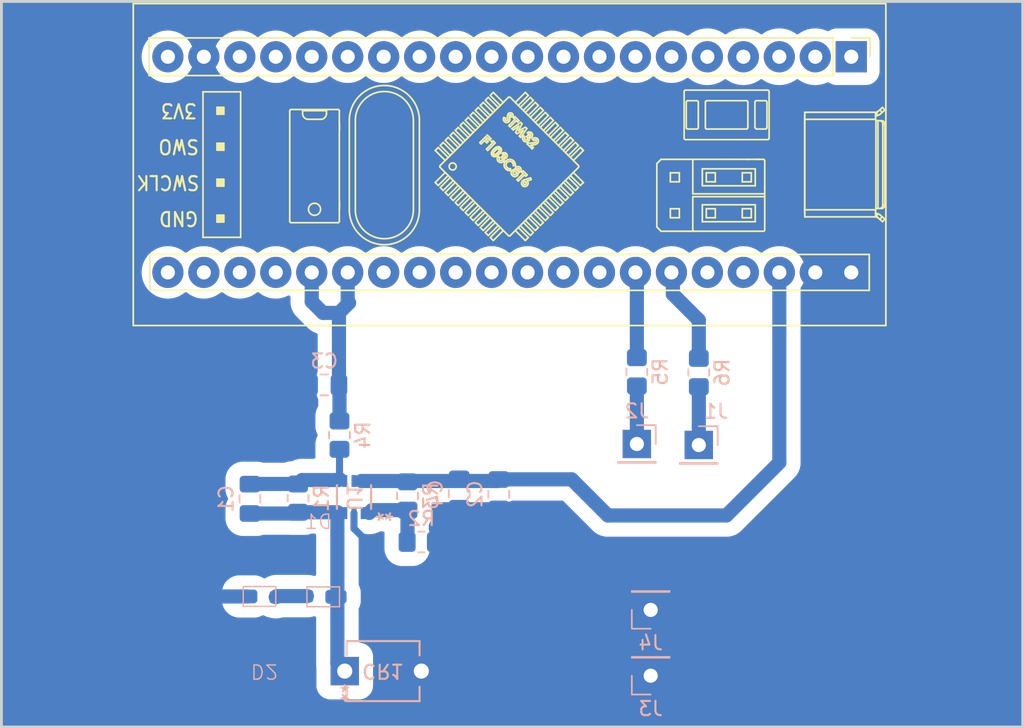
<source format=kicad_pcb>
(kicad_pcb (version 20221018) (generator pcbnew)
  (layers (0 "F.Cu" signal) (31 "B.Cu" signal) (34 "B.Paste" user) (35 "F.Paste" user) (36 "B.SilkS" user "B.Silkscreen") (37 "F.SilkS" user "F.Silkscreen") (38 "B.Mask" user) (39 "F.Mask" user) (44 "Edge.Cuts" user))
  (net 0 "")
  (net 1 "Net-(U1-OUT)")
  (net 2 "+3V3")
  (net 3 "GND")
  (net 4 "/ampOUT")
  (net 5 "Net-(J1-Pin_1)")
  (net 6 "Net-(J2-Pin_1)")
  (net 7 "Net-(U1-+IN)")
  (net 39 "Net-(U2-PB1)")
  (net 40 "Net-(U2-PB10)")
  (net 41 "Net-(D1-K)")
  (net 42 "Net-(D1-A-Pad1)")
  (footprint "Footprints:YAAJ_BluePill_1" (layer "F.Cu") (at 181.29 39.685 -90)
    (fp_text reference "U2" hide)
    (fp_text value "YAAJ_BluePill" hide)
    (fp_text user "SWCLK" (at 8.89 48.26 180 unlocked) (layer "F.SilkS") (effects (font (size 1 0.9))))
    (fp_text user "GND" (at 11.43 47.498 180 unlocked) (layer "F.SilkS") (effects (font (size 1 0.9))))
    (fp_text user "3V3" (at 3.81 47.498 180 unlocked) (layer "F.SilkS") (effects (font (size 1 0.9))))
    (fp_text user "SWO" (at 6.35 47.498 180 unlocked) (layer "F.SilkS") (effects (font (size 1 0.9))))
    (pad "1" thru_hole rect (at 0 0 270) (size 2.2 2.2) (drill 1) (layers "*.Cu" "*.Mask"))
    (pad "2" thru_hole circle (at 0 2.54 270) (size 2.2 2.2) (drill 1) (layers "*.Cu" "*.Mask"))
    (pad "3" thru_hole circle (at 0 5.08 270) (size 2.2 2.2) (drill 1) (layers "*.Cu" "*.Mask"))
    (pad "4" thru_hole circle (at 0 7.62 270) (size 2.2 2.2) (drill 1) (layers "*.Cu" "*.Mask"))
    (pad "5" thru_hole circle (at 0 10.16 270) (size 2.2 2.2) (drill 1) (layers "*.Cu" "*.Mask"))
    (pad "6" thru_hole circle (at 0 12.7 270) (size 2.2 2.2) (drill 1) (layers "*.Cu" "*.Mask"))
    (pad "7" thru_hole circle (at 0 15.24 270) (size 2.2 2.2) (drill 1) (layers "*.Cu" "*.Mask"))
    (pad "8" thru_hole circle (at 0 17.78 270) (size 2.2 2.2) (drill 1) (layers "*.Cu" "*.Mask"))
    (pad "9" thru_hole circle (at 0 20.32 270) (size 2.2 2.2) (drill 1) (layers "*.Cu" "*.Mask"))
    (pad "10" thru_hole circle (at 0 22.86 270) (size 2.2 2.2) (drill 1) (layers "*.Cu" "*.Mask"))
    (pad "11" thru_hole circle (at 0 25.4 270) (size 2.2 2.2) (drill 1) (layers "*.Cu" "*.Mask"))
    (pad "12" thru_hole circle (at 0 27.94 270) (size 2.2 2.2) (drill 1) (layers "*.Cu" "*.Mask"))
    (pad "13" thru_hole circle (at 0 30.48 270) (size 2.2 2.2) (drill 1) (layers "*.Cu" "*.Mask"))
    (pad "14" thru_hole circle (at 0 33.02 270) (size 2.2 2.2) (drill 1) (layers "*.Cu" "*.Mask"))
    (pad "15" thru_hole circle (at 0 35.56 270) (size 2.2 2.2) (drill 1) (layers "*.Cu" "*.Mask"))
    (pad "16" thru_hole circle (at 0 38.1 270) (size 2.2 2.2) (drill 1) (layers "*.Cu" "*.Mask"))
    (pad "17" thru_hole circle (at 0 40.64 270) (size 2.2 2.2) (drill 1) (layers "*.Cu" "*.Mask"))
    (pad "18" thru_hole circle (at 0 43.18 270) (size 2.2 2.2) (drill 1) (layers "*.Cu" "*.Mask"))
    (pad "19" thru_hole circle (at 0 45.72 270) (size 2.2 2.2) (drill 1) (layers "*.Cu" "*.Mask") (net 3 "GND"))
    (pad "20" thru_hole circle (at 0 48.26 270) (size 2.2 2.2) (drill 1) (layers "*.Cu" "*.Mask"))
    (pad "21" thru_hole circle (at 15.24 48.26 270) (size 2.2 2.2) (drill 1) (layers "*.Cu" "*.Mask"))
    (pad "22" thru_hole circle (at 15.24 45.72 270) (size 2.2 2.2) (drill 1) (layers "*.Cu" "*.Mask"))
    (pad "23" thru_hole circle (at 15.24 43.18 270) (size 2.2 2.2) (drill 1) (layers "*.Cu" "*.Mask"))
    (pad "24" thru_hole circle (at 15.24 40.64 270) (size 2.2 2.2) (drill 1) (layers "*.Cu" "*.Mask"))
    (pad "25" thru_hole circle (at 15.24 38.1 270) (size 2.2 2.2) (drill 1) (layers "*.Cu" "*.Mask") (net 4 "/ampOUT"))
    (pad "26" thru_hole circle (at 15.24 35.56 270) (size 2.2 2.2) (drill 1) (layers "*.Cu" "*.Mask") (net 4 "/ampOUT"))
    (pad "27" thru_hole circle (at 15.24 33.02 270) (size 2.2 2.2) (drill 1) (layers "*.Cu" "*.Mask"))
    (pad "28" thru_hole circle (at 15.24 30.48 270) (size 2.2 2.2) (drill 1) (layers "*.Cu" "*.Mask"))
    (pad "29" thru_hole circle (at 15.24 27.94 270) (size 2.2 2.2) (drill 1) (layers "*.Cu" "*.Mask"))
    (pad "30" thru_hole circle (at 15.24 25.4 270) (size 2.2 2.2) (drill 1) (layers "*.Cu" "*.Mask"))
    (pad "31" thru_hole circle (at 15.24 22.86 270) (size 2.2 2.2) (drill 1) (layers "*.Cu" "*.Mask"))
    (pad "32" thru_hole circle (at 15.24 20.32 270) (size 2.2 2.2) (drill 1) (layers "*.Cu" "*.Mask"))
    (pad "33" thru_hole circle (at 15.24 17.78 270) (size 2.2 2.2) (drill 1) (layers "*.Cu" "*.Mask"))
    (pad "34" thru_hole circle (at 15.24 15.24 270) (size 2.2 2.2) (drill 1) (layers "*.Cu" "*.Mask") (net 39 "Net-(U2-PB1)"))
    (pad "35" thru_hole circle (at 15.24 12.7 270) (size 2.2 2.2) (drill 1) (layers "*.Cu" "*.Mask") (net 40 "Net-(U2-PB10)"))
    (pad "36" thru_hole circle (at 15.24 10.16 270) (size 2.2 2.2) (drill 1) (layers "*.Cu" "*.Mask"))
    (pad "37" thru_hole circle (at 15.24 7.62 270) (size 2.2 2.2) (drill 1) (layers "*.Cu" "*.Mask"))
    (pad "38" thru_hole circle (at 15.24 5.08 270) (size 2.2 2.2) (drill 1) (layers "*.Cu" "*.Mask") (net 2 "+3V3"))
    (pad "39" thru_hole circle (at 15.24 2.54 270) (size 2.2 2.2) (drill 1) (layers "*.Cu" "*.Mask") (net 3 "GND"))
    (pad "40" thru_hole circle (at 15.24 0 270) (size 2.2 2.2) (drill 1) (layers "*.Cu" "*.Mask") (net 3 "GND"))
  )
  (footprint "Resistor_SMD:R_0805_2012Metric_Pad1.20x1.40mm_HandSolder" (layer "B.Cu") (at 145.15 66.425 90)
    (fp_text reference "R4" (at 0 1.65 90) (layer "B.SilkS") (effects (justify mirror)))
    (fp_text value "10k")
    (pad "1" smd roundrect (at -1 0 90) (size 1.2 1.4) (layers "B.Cu" "B.Paste" "B.Mask") (roundrect_rratio 0.2083333333) (net 1 "Net-(U1-OUT)"))
    (pad "2" smd roundrect (at 1 0 90) (size 1.2 1.4) (layers "B.Cu" "B.Paste" "B.Mask") (roundrect_rratio 0.2083333333) (net 4 "/ampOUT"))
  )
  (footprint "Connector_PinHeader_2.54mm:PinHeader_1x01_P2.54mm_Vertical" (layer "B.Cu") (at 166.15 67.05 180)
    (fp_text reference "J2" (at 0 2.33) (layer "B.SilkS") (effects (justify mirror)))
    (fp_text value "Conn_01x01_Pin")
    (pad "1" thru_hole rect (at 0 0 180) (size 2 2) (drill 1) (layers "*.Cu" "*.Mask") (net 6 "Net-(J2-Pin_1)"))
  )
  (footprint "Capacitor_SMD:C_0805_2012Metric_Pad1.18x1.45mm_HandSolder" (layer "B.Cu") (at 144.075 62.875 180)
    (fp_text reference "C3" (at 0 1.68) (layer "B.SilkS") (effects (justify mirror)))
    (fp_text value "1nF")
    (pad "1" smd roundrect (at -1.0375 0 180) (size 1.175 1.45) (layers "B.Cu" "B.Paste" "B.Mask") (roundrect_rratio 0.2127659574) (net 4 "/ampOUT"))
    (pad "2" smd roundrect (at 1.0375 0 180) (size 1.175 1.45) (layers "B.Cu" "B.Paste" "B.Mask") (roundrect_rratio 0.2127659574) (net 3 "GND"))
  )
  (footprint "Resistor_SMD:R_0805_2012Metric_Pad1.20x1.40mm_HandSolder" (layer "B.Cu") (at 150.925 73.975 180)
    (fp_text reference "R2" (at 0 1.65) (layer "B.SilkS") (effects (justify mirror)))
    (fp_text value "1k")
    (pad "1" smd roundrect (at -1 0 180) (size 1.2 1.4) (layers "B.Cu" "B.Paste" "B.Mask") (roundrect_rratio 0.2083333333) (net 3 "GND"))
    (pad "2" smd roundrect (at 1 0 180) (size 1.2 1.4) (layers "B.Cu" "B.Paste" "B.Mask") (roundrect_rratio 0.2083333333) (net 7 "Net-(U1-+IN)"))
  )
  (footprint "Capacitor_SMD:C_0805_2012Metric_Pad1.18x1.45mm_HandSolder" (layer "B.Cu") (at 138.825 70.925 -90)
    (fp_text reference "C1" (at 0 1.68 90) (layer "B.SilkS") (effects (justify mirror)))
    (fp_text value "6.8pF")
    (pad "1" smd roundrect (at -1.0375 0 270) (size 1.175 1.45) (layers "B.Cu" "B.Paste" "B.Mask") (roundrect_rratio 0.2127659574) (net 1 "Net-(U1-OUT)"))
    (pad "2" smd roundrect (at 1.0375 0 270) (size 1.175 1.45) (layers "B.Cu" "B.Paste" "B.Mask") (roundrect_rratio 0.2127659574) (net 41 "Net-(D1-K)"))
  )
  (footprint "Resistor_SMD:R_0805_2012Metric_Pad1.20x1.40mm_HandSolder" (layer "B.Cu") (at 142.225 70.875 90)
    (fp_text reference "R1" (at 0 1.65 90) (layer "B.SilkS") (effects (justify mirror)))
    (fp_text value "32k")
    (pad "1" smd roundrect (at -1 0 90) (size 1.2 1.4) (layers "B.Cu" "B.Paste" "B.Mask") (roundrect_rratio 0.2083333333) (net 41 "Net-(D1-K)"))
    (pad "2" smd roundrect (at 1 0 90) (size 1.2 1.4) (layers "B.Cu" "B.Paste" "B.Mask") (roundrect_rratio 0.2083333333) (net 1 "Net-(U1-OUT)"))
  )
  (footprint "Capacitor_SMD:C_0805_2012Metric_Pad1.18x1.45mm_HandSolder" (layer "B.Cu") (at 156.4 70.6 -90)
    (fp_text reference "C2" (at 0 1.68 90) (layer "B.SilkS") (effects (justify mirror)))
    (fp_text value "100nF")
    (pad "1" smd roundrect (at -1.0375 0 270) (size 1.175 1.45) (layers "B.Cu" "B.Paste" "B.Mask") (roundrect_rratio 0.2127659574) (net 2 "+3V3"))
    (pad "2" smd roundrect (at 1.0375 0 270) (size 1.175 1.45) (layers "B.Cu" "B.Paste" "B.Mask") (roundrect_rratio 0.2127659574) (net 3 "GND"))
  )
  (footprint "Capacitor_SMD:C_0805_2012Metric_Pad1.18x1.45mm_HandSolder" (layer "B.Cu") (at 153.6 70.55 -90)
    (fp_text reference "C4" (at 0 1.68 90) (layer "B.SilkS") (effects (justify mirror)))
    (fp_text value "1uF")
    (pad "1" smd roundrect (at -1.0375 0 270) (size 1.175 1.45) (layers "B.Cu" "B.Paste" "B.Mask") (roundrect_rratio 0.2127659574) (net 2 "+3V3"))
    (pad "2" smd roundrect (at 1.0375 0 270) (size 1.175 1.45) (layers "B.Cu" "B.Paste" "B.Mask") (roundrect_rratio 0.2127659574) (net 3 "GND"))
  )
  (footprint "Resistor_SMD:R_0805_2012Metric_Pad1.20x1.40mm_HandSolder" (layer "B.Cu") (at 166.15 61.95 90)
    (fp_text reference "R5" (at 0 1.65 90) (layer "B.SilkS") (effects (justify mirror)))
    (fp_text value "110")
    (pad "1" smd roundrect (at -1 0 90) (size 1.2 1.4) (layers "B.Cu" "B.Paste" "B.Mask") (roundrect_rratio 0.2083333333) (net 6 "Net-(J2-Pin_1)"))
    (pad "2" smd roundrect (at 1 0 90) (size 1.2 1.4) (layers "B.Cu" "B.Paste" "B.Mask") (roundrect_rratio 0.2083333333) (net 39 "Net-(U2-PB1)"))
  )
  (footprint "Resistor_SMD:R_0805_2012Metric_Pad1.20x1.40mm_HandSolder" (layer "B.Cu") (at 149.95 70.725 90)
    (fp_text reference "R3" (at 0 1.65 90) (layer "B.SilkS") (effects (justify mirror)))
    (fp_text value "32k")
    (pad "1" smd roundrect (at -1 0 90) (size 1.2 1.4) (layers "B.Cu" "B.Paste" "B.Mask") (roundrect_rratio 0.2083333333) (net 7 "Net-(U1-+IN)"))
    (pad "2" smd roundrect (at 1 0 90) (size 1.2 1.4) (layers "B.Cu" "B.Paste" "B.Mask") (roundrect_rratio 0.2083333333) (net 2 "+3V3"))
  )
  (footprint "MSE1PPGHM3:MSE1PPGHM3" (layer "B.Cu") (at 139.5 77.825)
    (fp_text reference "D2" (at 0.35 5.3 180 unlocked) (layer "B.SilkS") (effects (font (thickness 0.1)) (justify mirror)))
    (fp_text value "mse1pghm3")
    (pad "1" smd roundrect (at -0.9 0) (size 1.5 0.98) (layers "B.Cu" "B.Paste" "B.Mask") (net 42 "Net-(D1-A-Pad1)"))
    (pad "2" smd roundrect (at 1.15 0.05) (size 0.9 0.9) (layers "B.Cu" "B.Paste" "B.Mask") (net 42 "Net-(D1-A-Pad1)"))
  )
  (footprint "Resistor_SMD:R_0805_2012Metric_Pad1.20x1.40mm_HandSolder" (layer "B.Cu") (at 170.525 62 90)
    (fp_text reference "R6" (at 0 1.65 90) (layer "B.SilkS") (effects (justify mirror)))
    (fp_text value "110")
    (pad "1" smd roundrect (at -1 0 90) (size 1.2 1.4) (layers "B.Cu" "B.Paste" "B.Mask") (roundrect_rratio 0.2083333333) (net 5 "Net-(J1-Pin_1)"))
    (pad "2" smd roundrect (at 1 0 90) (size 1.2 1.4) (layers "B.Cu" "B.Paste" "B.Mask") (roundrect_rratio 0.2083333333) (net 40 "Net-(U2-PB10)"))
  )
  (footprint "footprints:DCK6_TEX" (layer "B.Cu") (at 146.175 70.8 90)
    (fp_text reference "U1" (at 0 0 270 unlocked) (layer "B.SilkS") (effects (justify mirror)))
    (fp_text value "LMV601MG/NOPB")
    (fp_text user "*" (at -1.38785 2.1478 270) (layer "B.SilkS") (effects (justify mirror)))
    (fp_text user "*" (at -1.38785 2.1478 270 unlocked) (layer "B.SilkS") (effects (justify mirror)))
    (pad "1" smd rect (at -1.133851 0.649999 90) (size 0.845299 0.3548) (layers "B.Cu" "B.Paste" "B.Mask") (net 7 "Net-(U1-+IN)"))
    (pad "2" smd rect (at -1.133851 0 90) (size 0.845299 0.3548) (layers "B.Cu" "B.Paste" "B.Mask") (net 3 "GND"))
    (pad "3" smd rect (at -1.133851 -0.649999 90) (size 0.845299 0.3548) (layers "B.Cu" "B.Paste" "B.Mask") (net 41 "Net-(D1-K)"))
    (pad "4" smd rect (at 1.133851 -0.649999 90) (size 0.845299 0.3548) (layers "B.Cu" "B.Paste" "B.Mask") (net 1 "Net-(U1-OUT)"))
    (pad "5" smd rect (at 1.133851 0 90) (size 0.845299 0.3548) (layers "B.Cu" "B.Paste" "B.Mask") (net 2 "+3V3"))
    (pad "6" smd rect (at 1.133851 0.649999 90) (size 0.845299 0.3548) (layers "B.Cu" "B.Paste" "B.Mask") (net 2 "+3V3"))
  )
  (footprint "Connector_PinHeader_2.54mm:PinHeader_1x01_P2.54mm_Vertical" (layer "B.Cu") (at 170.525 67.125 180)
    (fp_text reference "J1" (at -1.2 2.38) (layer "B.SilkS") (effects (justify mirror)))
    (fp_text value "Conn_01x01_Pin")
    (pad "1" thru_hole rect (at 0 0 180) (size 2 2) (drill 1) (layers "*.Cu" "*.Mask") (net 5 "Net-(J1-Pin_1)"))
  )
  (footprint "Connector_PinHeader_2.54mm:PinHeader_1x01_P2.54mm_Vertical" (layer "B.Cu") (at 167.125 78.775)
    (fp_text reference "J4" (at 0 2.33) (layer "B.SilkS") (effects (justify mirror)))
    (fp_text value "Conn_01x01_Pin")
    (pad "1" thru_hole rect (at 0 0) (size 1.7 1.7) (drill 1) (layers "*.Cu" "*.Mask") (net 3 "GND"))
  )
  (footprint "MSE1PPGHM3:MSE1PPGHM3" (layer "B.Cu") (at 144 77.85 180)
    (fp_text reference "D1" (at 0.35 5.3 unlocked) (layer "B.SilkS") (effects (font (thickness 0.1)) (justify mirror)))
    (fp_text value "mse1pghm3")
    (pad "1" smd roundrect (at -0.9 0 180) (size 1.5 0.98) (layers "B.Cu" "B.Paste" "B.Mask") (net 42 "Net-(D1-A-Pad1)"))
    (pad "2" smd roundrect (at 1.15 0.05 180) (size 0.9 0.9) (layers "B.Cu" "B.Paste" "B.Mask") (net 42 "Net-(D1-A-Pad1)"))
  )
  (footprint "footprints.pretty2:LED_BPW34_VIS" (layer "B.Cu") (at 145.5199 83.1)
    (fp_text reference "CR1" (at 2.7051 0 180 unlocked) (layer "B.SilkS") (effects (justify mirror)))
    (fp_text value "BPW34")
    (fp_text user "*" (at 0 1.5494 180 unlocked) (layer "B.SilkS") (effects (justify mirror)))
    (fp_text user "*" (at 0 1.5494) (layer "B.SilkS") (effects (justify mirror)))
    (pad "1" thru_hole rect (at 0 0) (size 2 2) (drill 1.0668) (layers "*.Cu" "*.Mask") (net 41 "Net-(D1-K)"))
    (pad "2" thru_hole circle (at 5.4102 0) (size 1.5748 1.5748) (drill 1.0668) (layers "*.Cu" "*.Mask") (net 3 "GND"))
  )
  (footprint "Connector_PinHeader_2.54mm:PinHeader_1x01_P2.54mm_Vertical" (layer "B.Cu") (at 167.125 83.425)
    (fp_text reference "J3" (at 0 2.33) (layer "B.SilkS") (effects (justify mirror)))
    (fp_text value "Conn_01x01_Pin")
    (pad "1" thru_hole rect (at 0 0) (size 1.7 1.7) (drill 1) (layers "*.Cu" "*.Mask") (net 3 "GND"))
  )
  (gr_rect (start 121.275 35.775) (end 193.4 87.05) (stroke (width 0.2)) (fill none) (layer "Edge.Cuts"))
  (segment (start 142.5 69.6) (end 142.225 69.875) (width 1) (layer "B.Cu") (net 1))
  (segment (start 138.8375 69.875) (end 138.825 69.8875) (width 1) (layer "B.Cu") (net 1))
  (segment (start 142.225 69.875) (end 138.8375 69.875) (width 1) (layer "B.Cu") (net 1))
  (segment (start 145.075 69.6) (end 142.5 69.6) (width 1) (layer "B.Cu") (net 1))
  (segment (start 145.15 69.525) (end 145.075 69.6) (width 1) (layer "B.Cu") (net 1))
  (segment (start 145.15 69.525) (end 145.291149 69.666149) (width 0.5) (layer "B.Cu") (net 1))
  (segment (start 145.15 67.425) (end 145.15 69.525) (width 0.5) (layer "B.Cu") (net 1))
  (segment (start 164.1 72.1) (end 172.475 72.1) (width 1) (layer "B.Cu") (net 2))
  (segment (start 156.4125 69.55) (end 161.55 69.55) (width 1) (layer "B.Cu") (net 2))
  (segment (start 176.21 68.365) (end 176.21 54.925) (width 1) (layer "B.Cu") (net 2))
  (segment (start 146.691149 69.666149) (end 156.296351 69.666149) (width 1) (layer "B.Cu") (net 2))
  (segment (start 156.4 69.5625) (end 156.4125 69.55) (width 1) (layer "B.Cu") (net 2))
  (segment (start 172.475 72.1) (end 176.21 68.365) (width 1) (layer "B.Cu") (net 2))
  (segment (start 161.55 69.55) (end 164.1 72.1) (width 1) (layer "B.Cu") (net 2))
  (segment (start 156.296351 69.666149) (end 156.4 69.5625) (width 1) (layer "B.Cu") (net 2))
  (segment (start 146.175 71.933851) (end 146.175 73.025) (width 0.5) (layer "B.Cu") (net 3))
  (segment (start 146.175 73.025) (end 147.025 73.875) (width 0.5) (layer "B.Cu") (net 3))
  (segment (start 145.15 62.9125) (end 145.1125 62.875) (width 1) (layer "B.Cu") (net 4))
  (segment (start 145.1125 62.875) (end 145.1125 57.7875) (width 1) (layer "B.Cu") (net 4))
  (segment (start 143.9875 57.7875) (end 143.19 56.99) (width 1) (layer "B.Cu") (net 4))
  (segment (start 145.1125 57.7875) (end 143.9875 57.7875) (width 1) (layer "B.Cu") (net 4))
  (segment (start 143.19 56.99) (end 143.19 54.925) (width 1) (layer "B.Cu") (net 4))
  (segment (start 145.15 65.425) (end 145.15 62.9125) (width 1) (layer "B.Cu") (net 4))
  (segment (start 145.73 56.98) (end 145.73 54.925) (width 1) (layer "B.Cu") (net 4))
  (segment (start 145.825 57.075) (end 145.73 56.98) (width 1) (layer "B.Cu") (net 4))
  (segment (start 145.1125 57.7875) (end 145.825 57.075) (width 1) (layer "B.Cu") (net 4))
  (segment (start 170.525 63) (end 170.525 67.125) (width 1) (layer "B.Cu") (net 5))
  (segment (start 166.15 62.95) (end 166.15 67.05) (width 1) (layer "B.Cu") (net 6))
  (segment (start 149.95 71.725) (end 147.45 71.725) (width 1) (layer "B.Cu") (net 7))
  (segment (start 149.95 71.725) (end 149.95 73.95) (width 1) (layer "B.Cu") (net 7))
  (segment (start 147.45 71.725) (end 147.25 71.925) (width 1) (layer "B.Cu") (net 7))
  (segment (start 149.95 73.95) (end 149.925 73.975) (width 1) (layer "B.Cu") (net 7))
  (segment (start 166.15 60.95) (end 166.15 54.95) (width 1) (layer "B.Cu") (net 39))
  (segment (start 170.525 61) (end 170.525 58.3) (width 1) (layer "B.Cu") (net 40))
  (segment (start 170.525 58.3) (end 168.695 56.47) (width 1) (layer "B.Cu") (net 40))
  (segment (start 168.695 56.47) (end 168.695 54.925) (width 1) (layer "B.Cu") (net 40))
  (segment (start 145 71.875) (end 145.075 71.95) (width 1) (layer "B.Cu") (net 41))
  (segment (start 145 82.5801) (end 145.5199 83.1) (width 1) (layer "B.Cu") (net 41))
  (segment (start 145 71.875) (end 145 82.5801) (width 1) (layer "B.Cu") (net 41))
  (segment (start 138.825 71.9625) (end 142.1375 71.9625) (width 1) (layer "B.Cu") (net 41))
  (segment (start 142.225 71.875) (end 145 71.875) (width 1) (layer "B.Cu") (net 41))
  (segment (start 142.1375 71.9625) (end 142.225 71.875) (width 1) (layer "B.Cu") (net 41))
  (segment (start 140.725 77.8) (end 140.65 77.875) (width 1) (layer "B.Cu") (net 42))
  (segment (start 142.85 77.8) (end 140.725 77.8) (width 1) (layer "B.Cu") (net 42))
  (segment (start 135.25 77.825) (end 135.225 77.8) (width 1) (layer "B.Cu") (net 42))
  (segment (start 138.6 77.825) (end 135.25 77.825) (width 1) (layer "B.Cu") (net 42))
  (zone (net 3) (net_name "GND") (layer "B.Cu") (connect_pads yes (clearance 1)) (min_thickness 0.25) (fill yes (thermal_gap 0.5) (thermal_bridge_width 0.5))
    (polygon (pts (xy 121.3 35.825) (xy 193.4 35.775) (xy 193.4 87.05) (xy 121.3 87.075) (xy 121.3 35.8)))
  )
)
</source>
